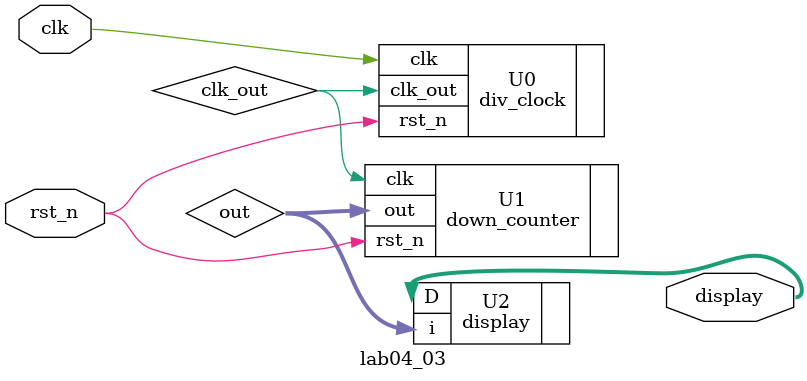
<source format=v>
`timescale 1ns / 1ps


module lab04_03(clk, rst_n, display);

input clk;
input rst_n;
output [7:0]display;

wire clk_out;
wire [3:0]out; // ouput from the counter

div_clock U0(.clk(clk), .clk_out(clk_out), .rst_n(rst_n));
down_counter U1(.clk(clk_out), .rst_n(rst_n), .out(out));
display U2(.i(out), .D(display)); 

endmodule

</source>
